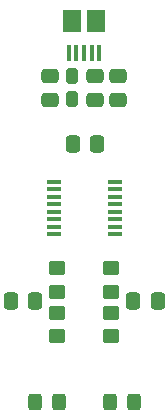
<source format=gbr>
%TF.GenerationSoftware,KiCad,Pcbnew,7.0.2-0*%
%TF.CreationDate,2024-07-03T10:32:26-07:00*%
%TF.ProjectId,ft230x-breakout,66743233-3078-42d6-9272-65616b6f7574,1.0*%
%TF.SameCoordinates,Original*%
%TF.FileFunction,Paste,Top*%
%TF.FilePolarity,Positive*%
%FSLAX46Y46*%
G04 Gerber Fmt 4.6, Leading zero omitted, Abs format (unit mm)*
G04 Created by KiCad (PCBNEW 7.0.2-0) date 2024-07-03 10:32:26*
%MOMM*%
%LPD*%
G01*
G04 APERTURE LIST*
G04 Aperture macros list*
%AMRoundRect*
0 Rectangle with rounded corners*
0 $1 Rounding radius*
0 $2 $3 $4 $5 $6 $7 $8 $9 X,Y pos of 4 corners*
0 Add a 4 corners polygon primitive as box body*
4,1,4,$2,$3,$4,$5,$6,$7,$8,$9,$2,$3,0*
0 Add four circle primitives for the rounded corners*
1,1,$1+$1,$2,$3*
1,1,$1+$1,$4,$5*
1,1,$1+$1,$6,$7*
1,1,$1+$1,$8,$9*
0 Add four rect primitives between the rounded corners*
20,1,$1+$1,$2,$3,$4,$5,0*
20,1,$1+$1,$4,$5,$6,$7,0*
20,1,$1+$1,$6,$7,$8,$9,0*
20,1,$1+$1,$8,$9,$2,$3,0*%
G04 Aperture macros list end*
%ADD10RoundRect,0.250000X-0.450000X0.350000X-0.450000X-0.350000X0.450000X-0.350000X0.450000X0.350000X0*%
%ADD11RoundRect,0.250000X-0.325000X-0.450000X0.325000X-0.450000X0.325000X0.450000X-0.325000X0.450000X0*%
%ADD12RoundRect,0.250000X-0.337500X-0.475000X0.337500X-0.475000X0.337500X0.475000X-0.337500X0.475000X0*%
%ADD13RoundRect,0.250000X0.450000X-0.350000X0.450000X0.350000X-0.450000X0.350000X-0.450000X-0.350000X0*%
%ADD14RoundRect,0.250000X-0.475000X0.337500X-0.475000X-0.337500X0.475000X-0.337500X0.475000X0.337500X0*%
%ADD15RoundRect,0.250000X0.325000X0.450000X-0.325000X0.450000X-0.325000X-0.450000X0.325000X-0.450000X0*%
%ADD16R,0.400000X1.350000*%
%ADD17R,1.500000X1.900000*%
%ADD18R,1.200000X0.400000*%
%ADD19RoundRect,0.250000X0.337500X0.475000X-0.337500X0.475000X-0.337500X-0.475000X0.337500X-0.475000X0*%
%ADD20RoundRect,0.250000X0.275000X-0.400000X0.275000X0.400000X-0.275000X0.400000X-0.275000X-0.400000X0*%
%ADD21RoundRect,0.250000X0.475000X-0.337500X0.475000X0.337500X-0.475000X0.337500X-0.475000X-0.337500X0*%
G04 APERTURE END LIST*
D10*
%TO.C,R103*%
X142401700Y-122342400D03*
X142401700Y-124342400D03*
%TD*%
D11*
%TO.C,D101*%
X140487700Y-129895600D03*
X142537700Y-129895600D03*
%TD*%
D10*
%TO.C,R104*%
X146948300Y-122342400D03*
X146948300Y-124342400D03*
%TD*%
D12*
%TO.C,C106*%
X143679500Y-108077000D03*
X145754500Y-108077000D03*
%TD*%
D13*
%TO.C,R101*%
X142392400Y-120583200D03*
X142392400Y-118583200D03*
%TD*%
D14*
%TO.C,FB101*%
X145551300Y-102285800D03*
X145551300Y-104360800D03*
%TD*%
%TO.C,C101*%
X147557900Y-102289700D03*
X147557900Y-104364700D03*
%TD*%
D15*
%TO.C,D102*%
X148878700Y-129895600D03*
X146828700Y-129895600D03*
%TD*%
D16*
%TO.C,J101*%
X145941500Y-100355400D03*
X145291500Y-100355400D03*
X144641500Y-100355400D03*
X143991500Y-100355400D03*
X143341500Y-100355400D03*
D17*
X145641500Y-97655400D03*
X143641500Y-97655400D03*
%TD*%
D18*
%TO.C,U101*%
X142098400Y-111259700D03*
X142098400Y-111894700D03*
X142098400Y-112529700D03*
X142098400Y-113164700D03*
X142098400Y-113799700D03*
X142098400Y-114434700D03*
X142098400Y-115069700D03*
X142098400Y-115704700D03*
X147298400Y-115704700D03*
X147298400Y-115069700D03*
X147298400Y-114434700D03*
X147298400Y-113799700D03*
X147298400Y-113164700D03*
X147298400Y-112529700D03*
X147298400Y-111894700D03*
X147298400Y-111259700D03*
%TD*%
D13*
%TO.C,R102*%
X146964400Y-120583200D03*
X146964400Y-118583200D03*
%TD*%
D12*
%TO.C,C105*%
X148802500Y-121386600D03*
X150877500Y-121386600D03*
%TD*%
D19*
%TO.C,C104*%
X140543600Y-121386600D03*
X138468600Y-121386600D03*
%TD*%
D20*
%TO.C,C102*%
X143646300Y-104286600D03*
X143646300Y-102336600D03*
%TD*%
D21*
%TO.C,C103*%
X141741300Y-104364700D03*
X141741300Y-102289700D03*
%TD*%
M02*

</source>
